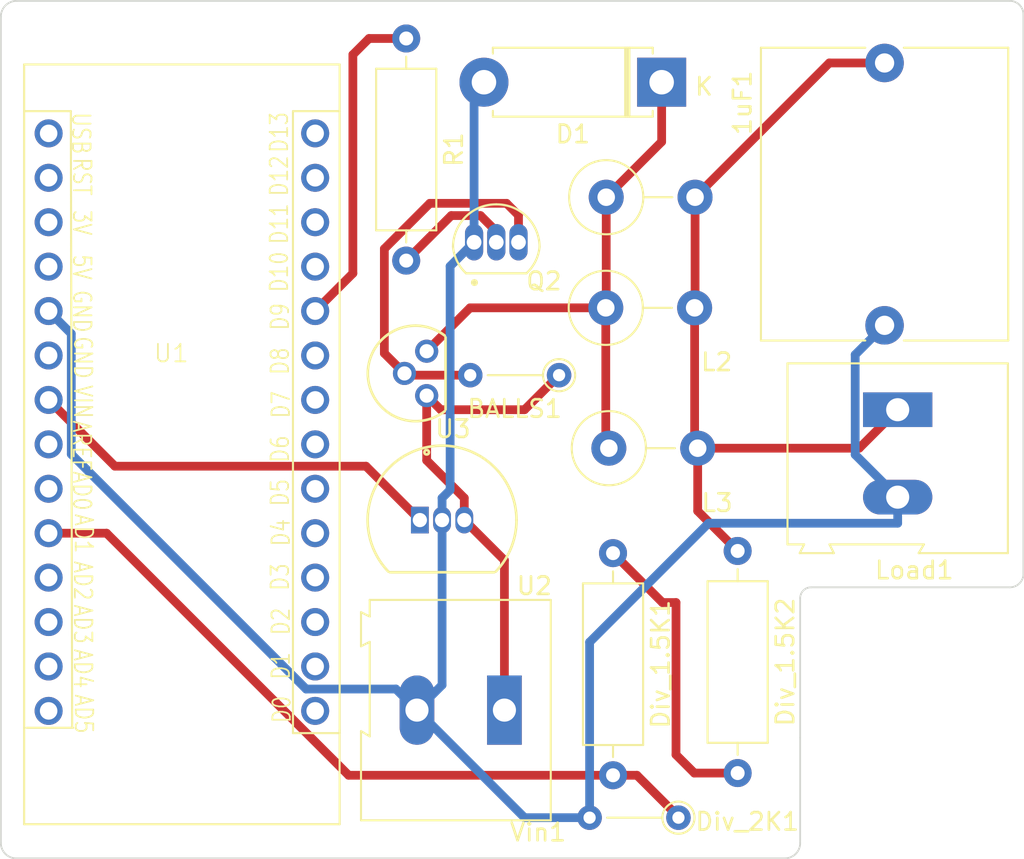
<source format=kicad_pcb>
(kicad_pcb (version 20221018) (generator pcbnew)
  (layers (0 "F.Cu" signal) (31 "B.Cu" signal) (34 "B.Paste" user) (35 "F.Paste" user) (36 "B.SilkS" user "B.Silkscreen") (37 "F.SilkS" user "F.Silkscreen") (38 "B.Mask" user) (39 "F.Mask" user) (44 "Edge.Cuts" user))
  (net 0 "")
  (net 1 "Net-(Load1-Pin_1)")
  (net 2 "Net-(D1-K)")
  (net 3 "GND")
  (net 4 "Net-(U1-D9)")
  (net 5 "Net-(U1-A1)")
  (net 11 "Net-(U1-Vin)")
  (net 31 "Net-(U2-INPUT)")
  (net 32 "Net-(U3-GATE)")
  (net 33 "Net-(Div_1.5K1-Pad1)")
  (net 34 "Net-(Q2-Pad2)")
  (footprint "TerminalBlock:TerminalBlock_Altech_AK300-2_P5.00mm" (layer "F.Cu") (at 132.74 111.425 180)
    (fp_text reference "Vin1" (at -1.92 -6.99) (layer "F.SilkS"))
    (fp_text value "Screw_Terminal_01x02")
    (fp_line (start -2.65 -6.3) (end -2.65 6.3) (stroke (width 0.12)) (layer "F.SilkS"))
    (fp_line (start -2.65 6.3) (end 7.7 6.3) (stroke (width 0.12)) (layer "F.SilkS"))
    (fp_line (start 7.7 -1.5) (end 8.2 -1.2) (stroke (width 0.12)) (layer "F.SilkS"))
    (fp_line (start 7.7 3.9) (end 7.7 -1.5) (stroke (width 0.12)) (layer "F.SilkS"))
    (fp_line (start 7.7 5.35) (end 8.2 5.6) (stroke (width 0.12)) (layer "F.SilkS"))
    (fp_line (start 7.7 6.3) (end 7.7 5.35) (stroke (width 0.12)) (layer "F.SilkS"))
    (fp_line (start 8.2 -6.3) (end -2.65 -6.3) (stroke (width 0.12)) (layer "F.SilkS"))
    (fp_line (start 8.2 -1.2) (end 8.2 -6.3) (stroke (width 0.12)) (layer "F.SilkS"))
    (fp_line (start 8.2 3.65) (end 7.7 3.9) (stroke (width 0.12)) (layer "F.SilkS"))
    (fp_line (start 8.2 3.7) (end 8.2 3.65) (stroke (width 0.12)) (layer "F.SilkS"))
    (fp_line (start 8.2 5.6) (end 8.2 3.7) (stroke (width 0.12)) (layer "F.SilkS"))
    (pad "1" thru_hole rect (at 0 0 180) (size 1.98 3.96) (drill 1.32) (layers "*.Cu" "*.Mask") (net 31 "Net-(U2-INPUT)"))
    (pad "2" thru_hole oval (at 5 0 180) (size 1.98 3.96) (drill 1.32) (layers "*.Cu" "*.Mask") (net 3 "GND"))
  )
  (footprint "Resistor_THT:R_Axial_DIN0204_L3.6mm_D1.6mm_P5.08mm_Vertical" (layer "F.Cu") (at 135.865 92.275 180)
    (fp_text reference "BALLS1" (at 2.54 -1.92) (layer "F.SilkS"))
    (fp_text value "R_US")
    (fp_line (start 0.92 0) (end 4.08 0) (stroke (width 0.12)) (layer "F.SilkS"))
    (fp_circle (center 0 0) (end 0.92 0) (stroke (width 0.12)) (fill none) (layer "F.SilkS"))
    (pad "1" thru_hole circle (at 0 0 180) (size 1.4 1.4) (drill 0.7) (layers "*.Cu" "*.Mask") (net 31 "Net-(U2-INPUT)"))
    (pad "2" thru_hole oval (at 5.08 0 180) (size 1.4 1.4) (drill 0.7) (layers "*.Cu" "*.Mask") (net 32 "Net-(U3-GATE)"))
  )
  (footprint "Resistor_THT:R_Axial_DIN0309_L9.0mm_D3.2mm_P12.70mm_Horizontal" (layer "F.Cu") (at 138.95 102.45 -90)
    (fp_text reference "Div_1.5K1" (at 6.35 -2.72 90) (layer "F.SilkS"))
    (fp_text value "R_US")
    (fp_line (start 1.04 0) (end 1.73 0) (stroke (width 0.12)) (layer "F.SilkS"))
    (fp_line (start 1.73 -1.72) (end 1.73 1.72) (stroke (width 0.12)) (layer "F.SilkS"))
    (fp_line (start 1.73 1.72) (end 10.97 1.72) (stroke (width 0.12)) (layer "F.SilkS"))
    (fp_line (start 10.97 -1.72) (end 1.73 -1.72) (stroke (width 0.12)) (layer "F.SilkS"))
    (fp_line (start 10.97 1.72) (end 10.97 -1.72) (stroke (width 0.12)) (layer "F.SilkS"))
    (fp_line (start 11.66 0) (end 10.97 0) (stroke (width 0.12)) (layer "F.SilkS"))
    (pad "1" thru_hole circle (at 0 0 270) (size 1.6 1.6) (drill 0.8) (layers "*.Cu" "*.Mask") (net 33 "Net-(Div_1.5K1-Pad1)"))
    (pad "2" thru_hole oval (at 12.7 0 270) (size 1.6 1.6) (drill 0.8) (layers "*.Cu" "*.Mask") (net 5 "Net-(U1-A1)"))
  )
  (footprint "Diode_THT:D_5W_P10.16mm_Horizontal" (layer "F.Cu") (at 141.73 75.525 180)
    (fp_text reference "D1" (at 5.08 -2.97) (layer "F.SilkS"))
    (fp_text value "D_Schottky")
    (fp_text user "K" (at -2.42 -0.25) (layer "F.SilkS"))
    (fp_line (start 0.51 -1.97) (end 9.65 -1.97) (stroke (width 0.12)) (layer "F.SilkS"))
    (fp_line (start 0.51 -1.64) (end 0.51 -1.97) (stroke (width 0.12)) (layer "F.SilkS"))
    (fp_line (start 0.51 1.64) (end 0.51 1.97) (stroke (width 0.12)) (layer "F.SilkS"))
    (fp_line (start 0.51 1.97) (end 9.65 1.97) (stroke (width 0.12)) (layer "F.SilkS"))
    (fp_line (start 1.845 -1.97) (end 1.845 1.97) (stroke (width 0.12)) (layer "F.SilkS"))
    (fp_line (start 1.965 -1.97) (end 1.965 1.97) (stroke (width 0.12)) (layer "F.SilkS"))
    (fp_line (start 2.085 -1.97) (end 2.085 1.97) (stroke (width 0.12)) (layer "F.SilkS"))
    (fp_line (start 9.65 -1.97) (end 9.65 -1.64) (stroke (width 0.12)) (layer "F.SilkS"))
    (fp_line (start 9.65 1.97) (end 9.65 1.64) (stroke (width 0.12)) (layer "F.SilkS"))
    (pad "1" thru_hole rect (at 0 0 180) (size 2.8 2.8) (drill 1.4) (layers "*.Cu" "*.Mask") (net 2 "Net-(D1-K)"))
    (pad "2" thru_hole oval (at 10.16 0 180) (size 2.8 2.8) (drill 1.4) (layers "*.Cu" "*.Mask") (net 3 "GND"))
  )
  (footprint "Inductor_THT:L_Axial_L9.5mm_D4.0mm_P5.08mm_Vertical_Fastron_SMCC" (layer "F.Cu") (at 138.56 82.1)
    (fp_text reference "L1" hide)
    (fp_text value "L")
    (fp_line (start 2.12 0) (end 3.78 0) (stroke (width 0.12)) (layer "F.SilkS"))
    (fp_circle (center 0 0) (end 2.12 0) (stroke (width 0.12)) (fill none) (layer "F.SilkS"))
    (pad "1" thru_hole circle (at 0 0) (size 2 2) (drill 1) (layers "*.Cu" "*.Mask") (net 2 "Net-(D1-K)"))
    (pad "2" thru_hole oval (at 5.08 0) (size 2 2) (drill 1) (layers "*.Cu" "*.Mask") (net 1 "Net-(Load1-Pin_1)"))
  )
  (footprint "voltage_reg:LM78L05_voltage_regulator" (layer "F.Cu") (at 127.905 100.56)
    (fp_text reference "U2" (at 6.545 3.765 unlocked) (layer "F.SilkS"))
    (fp_text value "LM78L05")
    (fp_line (start -1.708414 2.9845) (end 4.248414 2.9845) (stroke (width 0.1524)) (layer "F.SilkS"))
    (fp_arc (start -1.80006 2.94542) (mid -0.317324 -3.947299) (end 5.5245 0) (stroke (width 0.1524)) (layer "F.SilkS"))
    (fp_arc (start 5.5245 0) (mid 5.217299 1.587324) (end 4.340061 2.945419) (stroke (width 0.1524)) (layer "F.SilkS"))
    (pad "1" thru_hole rect (at 0 0) (size 1.016 1.524) (drill 0.8128) (layers "*.Cu" "*.Mask") (net 11 "Net-(U1-Vin)"))
    (pad "2" thru_hole oval (at 1.27 0) (size 1.016 1.524) (drill 0.8128) (layers "*.Cu" "*.Mask") (net 3 "GND"))
    (pad "3" thru_hole oval (at 2.54 0) (size 1.016 1.524) (drill 0.8128) (layers "*.Cu" "*.Mask") (net 31 "Net-(U2-INPUT)"))
  )
  (footprint "Resistor_THT:R_Axial_DIN0204_L3.6mm_D1.6mm_P5.08mm_Vertical" (layer "F.Cu") (at 142.69 117.575 180)
    (fp_text reference "Div_2K1" (at -3.935 -0.225) (layer "F.SilkS"))
    (fp_text value "R_US")
    (fp_line (start 0.92 0) (end 4.08 0) (stroke (width 0.12)) (layer "F.SilkS"))
    (fp_circle (center 0 0) (end 0.92 0) (stroke (width 0.12)) (fill none) (layer "F.SilkS"))
    (pad "1" thru_hole circle (at 0 0 180) (size 1.4 1.4) (drill 0.7) (layers "*.Cu" "*.Mask") (net 5 "Net-(U1-A1)"))
    (pad "2" thru_hole oval (at 5.08 0 180) (size 1.4 1.4) (drill 0.7) (layers "*.Cu" "*.Mask") (net 3 "GND"))
  )
  (footprint "flashlight_test:Metro Mini" (layer "F.Cu") (at 114.3508 94.85812)
    (fp_text reference "U1" (at -0.6604 -3.830882 unlocked) (layer "F.SilkS") (effects (font (thickness 0.1))))
    (fp_text value "Metro Mini")
    (fp_text user "D12" (at 6.096 -12.7508 90 unlocked) (layer "F.SilkS") (effects (font (size 1 0.8) (thickness 0.1)) (justify left bottom)))
    (fp_text user "3V" (at -6.35 -12.0904 270 unlocked) (layer "F.SilkS") (effects (font (size 1 0.8) (thickness 0.1)) (justify left bottom)))
    (fp_text user "D7" (at 6.1976 -0.0508 90 unlocked) (layer "F.SilkS") (effects (font (size 1 0.8) (thickness 0.1)) (justify left bottom)))
    (fp_text user "VIN" (at -6.2992 -2.0828 270 unlocked) (layer "F.SilkS") (effects (font (size 1 0.8) (thickness 0.1)) (justify left bottom)))
    (fp_text user "D3" (at 6.1468 9.8044 90 unlocked) (layer "F.SilkS") (effects (font (size 1 0.8) (thickness 0.1)) (justify left bottom)))
    (fp_text user "D1" (at 6.1976 14.8844 90 unlocked) (layer "F.SilkS") (effects (font (size 1 0.8) (thickness 0.1)) (justify left bottom)))
    (fp_text user "D6" (at 6.1468 2.4892 90 unlocked) (layer "F.SilkS") (effects (font (size 1 0.8) (thickness 0.1)) (justify left bottom)))
    (fp_text user "D2" (at 6.1976 12.3444 90 unlocked) (layer "F.SilkS") (effects (font (size 1 0.8) (thickness 0.1)) (justify left bottom)))
    (fp_text user "AD0" (at -6.35 2.8448 270 unlocked) (layer "F.SilkS") (effects (font (size 1 0.8) (thickness 0.1)) (justify left bottom)))
    (fp_text user "AD5" (at -6.2484 15.5956 270 unlocked) (layer "F.SilkS") (effects (font (size 1 0.8) (thickness 0.1)) (justify left bottom)))
    (fp_text user "D13" (at 6.096 -15.24 90 unlocked) (layer "F.SilkS") (effects (font (size 1 0.8) (thickness 0.1)) (justify left bottom)))
    (fp_text user "GND" (at -6.35 -7.5184 270 unlocked) (layer "F.SilkS") (effects (font (size 1 0.8) (thickness 0.1)) (justify left bottom)))
    (fp_text user "GND" (at -6.2992 -4.8768 270 unlocked) (layer "F.SilkS") (effects (font (size 1 0.8) (thickness 0.1)) (justify left bottom)))
    (fp_text user "D8" (at 6.1468 -2.54 90 unlocked) (layer "F.SilkS") (effects (font (size 1 0.8) (thickness 0.1)) (justify left bottom)))
    (fp_text user "D0" (at 6.2484 17.3736 90 unlocked) (layer "F.SilkS") (effects (font (size 1 0.8) (thickness 0.1)) (justify left bottom)))
    (fp_text user "D5" (at 6.1468 4.9784 90 unlocked) (layer "F.SilkS") (effects (font (size 1 0.8) (thickness 0.1)) (justify left bottom)))
    (fp_text user "D4" (at 6.1976 7.2644 90 unlocked) (layer "F.SilkS") (effects (font (size 1 0.8) (thickness 0.1)) (justify left bottom)))
    (fp_text user "D11" (at 6.096 -10.0076 90 unlocked) (layer "F.SilkS") (effects (font (size 1 0.8) (thickness 0.1)) (justify left bottom)))
    (fp_text user "AREF" (at -6.3627 -0.063501 270 unlocked) (layer "F.SilkS") (effects (font (size 1 0.8) (thickness 0.1)) (justify left bottom)))
    (fp_text user "5V" (at -6.35 -9.5504 270 unlocked) (layer "F.SilkS") (effects (font (size 1 0.8) (thickness 0.1)) (justify left bottom)))
    (fp_text user "AD4" (at -6.2992 13.0048 270 unlocked) (layer "F.SilkS") (effects (font (size 1 0.8) (thickness 0.1)) (justify left bottom)))
    (fp_text user "AD3" (at -6.2992 10.4648 270 unlocked) (layer "F.SilkS") (effects (font (size 1 0.8) (thickness 0.1)) (justify left bottom)))
    (fp_text user "D9" (at 6.1468 -5.08 90 unlocked) (layer "F.SilkS") (effects (font (size 1 0.8) (thickness 0.1)) (justify left bottom)))
    (fp_text user "AD2" (at -6.2992 7.9756 270 unlocked) (layer "F.SilkS") (effects (font (size 1 0.8) (thickness 0.1)) (justify left bottom)))
    (fp_text user "RST" (at -6.35 -15.0876 270 unlocked) (layer "F.SilkS") (effects (font (size 1 0.8) (thickness 0.1)) (justify left bottom)))
    (fp_text user "D10" (at 6.096 -7.2644 90 unlocked) (layer "F.SilkS") (effects (font (size 1 0.8) (thickness 0.1)) (justify left bottom)))
    (fp_text user "AD1" (at -6.2484 5.2832 270 unlocked) (layer "F.SilkS") (effects (font (size 1 0.8) (thickness 0.1)) (justify left bottom)))
    (fp_text user "USB" (at -6.4008 -17.678401 270 unlocked) (layer "F.SilkS") (effects (font (size 1 0.8) (thickness 0.1)) (justify left bottom)))
    (fp_line (start -9.0708 -20.3484) (end -9.0708 23.0916) (stroke (width 0.12)) (layer "F.SilkS"))
    (fp_line (start -9.0708 23.0916) (end 8.9692 23.0916) (stroke (width 0.12)) (layer "F.SilkS"))
    (fp_line (start -8.9408 17.5768) (end -6.2708 17.5768) (stroke (width 0.12)) (layer "F.SilkS"))
    (fp_line (start -6.4008 -17.678401) (end -9.0708 -17.6784) (stroke (width 0.12)) (layer "F.SilkS"))
    (fp_line (start -6.3246 17.551399) (end -6.4008 -17.678401) (stroke (width 0.12)) (layer "F.SilkS"))
    (fp_line (start 6.2992 -17.678401) (end 8.9692 -17.6784) (stroke (width 0.12)) (layer "F.SilkS"))
    (fp_line (start 6.2992 17.881601) (end 6.2992 -17.678401) (stroke (width 0.12)) (layer "F.SilkS"))
    (fp_line (start 6.2992 17.881601) (end 8.9692 17.8816) (stroke (width 0.12)) (layer "F.SilkS"))
    (fp_line (start 8.9662 20.3708) (end 8.9662 17.7008) (stroke (width 0.12)) (layer "F.SilkS"))
    (fp_line (start 8.9692 -20.3484) (end -9.0708 -20.3484) (stroke (width 0.12)) (layer "F.SilkS"))
    (fp_line (start 8.9692 17.8816) (end 8.9692 -20.3484) (stroke (width 0.12)) (layer "F.SilkS"))
    (fp_line (start 8.9692 23.0916) (end 8.9692 20.4216) (stroke (width 0.12)) (layer "F.SilkS"))
    (pad "1" thru_hole oval (at -7.6708 -16.4084 180) (size 1.6 1.6) (drill 1) (layers "*.Cu" "*.Mask"))
    (pad "2" thru_hole oval (at -7.6708 -13.8684 180) (size 1.6 1.6) (drill 1) (layers "*.Cu" "*.Mask"))
    (pad "3" thru_hole oval (at -7.6708 -11.3284 180) (size 1.6 1.6) (drill 1) (layers "*.Cu" "*.Mask"))
    (pad "4" thru_hole oval (at -7.6708 -8.7884 180) (size 1.6 1.6) (drill 1) (layers "*.Cu" "*.Mask"))
    (pad "5" thru_hole oval (at -7.6708 -6.2484 180) (size 1.6 1.6) (drill 1) (layers "*.Cu" "*.Mask") (net 3 "GND"))
    (pad "6" thru_hole oval (at -7.6708 -3.7084 180) (size 1.6 1.6) (drill 1) (layers "*.Cu" "*.Mask"))
    (pad "7" thru_hole oval (at -7.6708 -1.1684 180) (size 1.6 1.6) (drill 1) (layers "*.Cu" "*.Mask") (net 11 "Net-(U1-Vin)"))
    (pad "8" thru_hole oval (at -7.6708 1.3716 180) (size 1.6 1.6) (drill 1) (layers "*.Cu" "*.Mask"))
    (pad "9" thru_hole oval (at -7.6708 3.9116 180) (size 1.6 1.6) (drill 1) (layers "*.Cu" "*.Mask"))
    (pad "10" thru_hole oval (at -7.6708 6.4516 180) (size 1.6 1.6) (drill 1) (layers "*.Cu" "*.Mask") (net 5 "Net-(U1-A1)"))
    (pad "11" thru_hole oval (at -7.6708 8.9916 180) (size 1.6 1.6) (drill 1) (layers "*.Cu" "*.Mask"))
    (pad "12" thru_hole oval (at -7.6708 11.5316 180) (size 1.6 1.6) (drill 1) (layers "*.Cu" "*.Mask"))
    (pad "13" thru_hole oval (at -7.6708 14.0716 180) (size 1.6 1.6) (drill 1) (layers "*.Cu" "*.Mask"))
    (pad "14" thru_hole oval (at -7.6708 16.6116 180) (size 1.6 1.6) (drill 1) (layers "*.Cu" "*.Mask"))
    (pad "15" thru_hole oval (at 7.5692 16.6116 180) (size 1.6 1.6) (drill 1) (layers "*.Cu" "*.Mask"))
    (pad "16" thru_hole oval (at 7.5692 14.0716 180) (size 1.6 1.6) (drill 1) (layers "*.Cu" "*.Mask"))
    (pad "17" thru_hole oval (at 7.5692 11.5316 180) (size 1.6 1.6) (drill 1) (layers "*.Cu" "*.Mask"))
    (pad "18" thru_hole oval (at 7.5692 8.9916 180) (size 1.6 1.6) (drill 1) (layers "*.Cu" "*.Mask"))
    (pad "19" thru_hole oval (at 7.5692 6.4516 180) (size 1.6 1.6) (drill 1) (layers "*.Cu" "*.Mask"))
    (pad "20" thru_hole oval (at 7.5692 3.9116 180) (size 1.6 1.6) (drill 1) (layers "*.Cu" "*.Mask"))
    (pad "21" thru_hole oval (at 7.5692 1.3716 180) (size 1.6 1.6) (drill 1) (layers "*.Cu" "*.Mask"))
    (pad "22" thru_hole oval (at 7.5692 -1.1684 180) (size 1.6 1.6) (drill 1) (layers "*.Cu" "*.Mask"))
    (pad "23" thru_hole oval (at 7.5692 -3.7084 180) (size 1.6 1.6) (drill 1) (layers "*.Cu" "*.Mask"))
    (pad "24" thru_hole oval (at 7.5692 -6.2484 180) (size 1.6 1.6) (drill 1) (layers "*.Cu" "*.Mask") (net 4 "Net-(U1-D9)"))
    (pad "25" thru_hole oval (at 7.5692 -8.7884 180) (size 1.6 1.6) (drill 1) (layers "*.Cu" "*.Mask"))
    (pad "26" thru_hole oval (at 7.5692 -11.3284 180) (size 1.6 1.6) (drill 1) (layers "*.Cu" "*.Mask"))
    (pad "27" thru_hole oval (at 7.5692 -13.8684 180) (size 1.6 1.6) (drill 1) (layers "*.Cu" "*.Mask"))
    (pad "28" thru_hole oval (at 7.5692 -16.4084 180) (size 1.6 1.6) (drill 1) (layers "*.Cu" "*.Mask"))
  )
  (footprint "flashlight_test:2N3904" (layer "F.Cu") (at 132.275 84.675)
    (fp_text reference "Q2" (at 2.725 2.225) (layer "F.SilkS"))
    (fp_text value "2N3904")
    (fp_line (start -1.725 1.775) (end 1.725 1.775) (stroke (width 0.127)) (layer "F.SilkS"))
    (fp_arc (start -2.475 0.255) (mid -1.738698 -1.467589) (end 0 -2.165) (stroke (width 0.127)) (layer "F.SilkS"))
    (fp_arc (start -1.725 1.775) (mid -2.240559 1.084355) (end -2.475 0.255) (stroke (width 0.127)) (layer "F.SilkS"))
    (fp_arc (start 0 -2.165) (mid 1.738698 -1.467589) (end 2.475 0.255) (stroke (width 0.127)) (layer "F.SilkS"))
    (fp_arc (start 2.475 0.255) (mid 2.240559 1.084355) (end 1.725 1.775) (stroke (width 0.127)) (layer "F.SilkS"))
    (fp_circle (center -1.25 2.305) (end -1.15 2.305) (stroke (width 0.2)) (fill none) (layer "F.SilkS"))
    (pad "1" thru_hole oval (at -1.27 0) (size 1.04 2.08) (drill 0.84) (layers "*.Cu" "*.Mask") (net 3 "GND"))
    (pad "2" thru_hole oval (at 0 0) (size 1.04 2.08) (drill 0.84) (layers "*.Cu" "*.Mask") (net 34 "Net-(Q2-Pad2)"))
    (pad "3" thru_hole oval (at 1.27 0) (size 1.04 2.08) (drill 0.84) (layers "*.Cu" "*.Mask") (net 32 "Net-(U3-GATE)"))
  )
  (footprint "Inductor_THT:L_Axial_L9.5mm_D4.0mm_P5.08mm_Vertical_Fastron_SMCC" (layer "F.Cu") (at 138.71 96.45)
    (fp_text reference "L3" (at 6.19 3.125) (layer "F.SilkS"))
    (fp_text value "L")
    (fp_line (start 2.12 0) (end 3.78 0) (stroke (width 0.12)) (layer "F.SilkS"))
    (fp_circle (center 0 0) (end 2.12 0) (stroke (width 0.12)) (fill none) (layer "F.SilkS"))
    (pad "1" thru_hole circle (at 0 0) (size 2 2) (drill 1) (layers "*.Cu" "*.Mask") (net 2 "Net-(D1-K)"))
    (pad "2" thru_hole oval (at 5.08 0) (size 2 2) (drill 1) (layers "*.Cu" "*.Mask") (net 1 "Net-(Load1-Pin_1)"))
  )
  (footprint "voltage_reg:VP3203" (layer "F.Cu") (at 128.295 93.445 90)
    (fp_text reference "U3" (at -1.905 1.505 unlocked) (layer "F.SilkS"))
    (fp_text value "VP3203N3-G")
    (fp_line (start -0.793506 1.0795) (end 3.333506 1.0795) (stroke (width 0.1524)) (layer "F.SilkS"))
    (fp_arc (start -0.894167 1.029936) (mid 0.39069 -3.220042) (end 4.0005 -0.635) (stroke (width 0.1524)) (layer "F.SilkS"))
    (fp_arc (start 4.0005 -0.634999) (mid 3.855041 0.244313) (end 3.434164 1.02994) (stroke (width 0.1524)) (layer "F.SilkS"))
    (fp_circle (center -3.2385 0) (end -3.1115 0) (stroke (width 0.1524)) (fill none) (layer "F.SilkS"))
    (pad "1" thru_hole circle (at 0 0 90) (size 1.3208 1.3208) (drill 0.8128) (layers "*.Cu" "*.Mask") (net 31 "Net-(U2-INPUT)"))
    (pad "2" thru_hole circle (at 1.27 -1.27 90) (size 1.3208 1.3208) (drill 0.8128) (layers "*.Cu" "*.Mask") (net 32 "Net-(U3-GATE)"))
    (pad "3" thru_hole circle (at 2.54 0 90) (size 1.3208 1.3208) (drill 0.8128) (layers "*.Cu" "*.Mask") (net 2 "Net-(D1-K)"))
  )
  (footprint "Capacitor_THT:C_Rect_L16.5mm_W13.9mm_P15.00mm_MKT" (layer "F.Cu") (at 154.475 74.425 -90)
    (fp_text reference "1uF1" (at 2.275 8.125 90) (layer "F.SilkS"))
    (fp_text value "C")
    (fp_line (start -0.87 -7.07) (end -0.87 -1.104) (stroke (width 0.12)) (layer "F.SilkS"))
    (fp_line (start -0.87 -7.07) (end 15.87 -7.07) (stroke (width 0.12)) (layer "F.SilkS"))
    (fp_line (start -0.87 1.104) (end -0.87 7.07) (stroke (width 0.12)) (layer "F.SilkS"))
    (fp_line (start -0.87 7.07) (end 15.87 7.07) (stroke (width 0.12)) (layer "F.SilkS"))
    (fp_line (start 15.87 -7.07) (end 15.87 -1.104) (stroke (width 0.12)) (layer "F.SilkS"))
    (fp_line (start 15.87 1.104) (end 15.87 7.07) (stroke (width 0.12)) (layer "F.SilkS"))
    (pad "1" thru_hole circle (at 0 0 270) (size 2.2 2.2) (drill 1.1) (layers "*.Cu" "*.Mask") (net 1 "Net-(Load1-Pin_1)"))
    (pad "2" thru_hole circle (at 15 0 270) (size 2.2 2.2) (drill 1.1) (layers "*.Cu" "*.Mask") (net 3 "GND"))
  )
  (footprint "Resistor_THT:R_Axial_DIN0309_L9.0mm_D3.2mm_P12.70mm_Horizontal" (layer "F.Cu") (at 127.125 73.025 -90)
    (fp_text reference "R1" (at 6.35 -2.72 90) (layer "F.SilkS"))
    (fp_text value "R_US")
    (fp_line (start 1.04 0) (end 1.73 0) (stroke (width 0.12)) (layer "F.SilkS"))
    (fp_line (start 1.73 -1.72) (end 1.73 1.72) (stroke (width 0.12)) (layer "F.SilkS"))
    (fp_line (start 1.73 1.72) (end 10.97 1.72) (stroke (width 0.12)) (layer "F.SilkS"))
    (fp_line (start 10.97 -1.72) (end 1.73 -1.72) (stroke (width 0.12)) (layer "F.SilkS"))
    (fp_line (start 10.97 1.72) (end 10.97 -1.72) (stroke (width 0.12)) (layer "F.SilkS"))
    (fp_line (start 11.66 0) (end 10.97 0) (stroke (width 0.12)) (layer "F.SilkS"))
    (pad "1" thru_hole circle (at 0 0 270) (size 1.6 1.6) (drill 0.8) (layers "*.Cu" "*.Mask") (net 4 "Net-(U1-D9)"))
    (pad "2" thru_hole oval (at 12.7 0 270) (size 1.6 1.6) (drill 0.8) (layers "*.Cu" "*.Mask") (net 34 "Net-(Q2-Pad2)"))
  )
  (footprint "TerminalBlock:TerminalBlock_Altech_AK300-2_P5.00mm" (layer "F.Cu") (at 155.225 94.25 -90)
    (fp_text reference "Load1" (at 9.175 -0.95 -180) (layer "F.SilkS"))
    (fp_text value "Screw_Terminal_01x02")
    (fp_line (start -2.65 -6.3) (end -2.65 6.3) (stroke (width 0.12)) (layer "F.SilkS"))
    (fp_line (start -2.65 6.3) (end 7.7 6.3) (stroke (width 0.12)) (layer "F.SilkS"))
    (fp_line (start 7.7 -1.5) (end 8.2 -1.2) (stroke (width 0.12)) (layer "F.SilkS"))
    (fp_line (start 7.7 3.9) (end 7.7 -1.5) (stroke (width 0.12)) (layer "F.SilkS"))
    (fp_line (start 7.7 5.35) (end 8.2 5.6) (stroke (width 0.12)) (layer "F.SilkS"))
    (fp_line (start 7.7 6.3) (end 7.7 5.35) (stroke (width 0.12)) (layer "F.SilkS"))
    (fp_line (start 8.2 -6.3) (end -2.65 -6.3) (stroke (width 0.12)) (layer "F.SilkS"))
    (fp_line (start 8.2 -1.2) (end 8.2 -6.3) (stroke (width 0.12)) (layer "F.SilkS"))
    (fp_line (start 8.2 3.65) (end 7.7 3.9) (stroke (width 0.12)) (layer "F.SilkS"))
    (fp_line (start 8.2 3.7) (end 8.2 3.65) (stroke (width 0.12)) (layer "F.SilkS"))
    (fp_line (start 8.2 5.6) (end 8.2 3.7) (stroke (width 0.12)) (layer "F.SilkS"))
    (pad "1" thru_hole rect (at 0 0 270) (size 1.98 3.96) (drill 1.32) (layers "*.Cu" "*.Mask") (net 1 "Net-(Load1-Pin_1)"))
    (pad "2" thru_hole oval (at 5 0 270) (size 1.98 3.96) (drill 1.32) (layers "*.Cu" "*.Mask") (net 3 "GND"))
  )
  (footprint "Resistor_THT:R_Axial_DIN0309_L9.0mm_D3.2mm_P12.70mm_Horizontal" (layer "F.Cu") (at 146.075 102.325 -90)
    (fp_text reference "Div_1.5K2" (at 6.35 -2.72 90) (layer "F.SilkS"))
    (fp_text value "R_US")
    (fp_line (start 1.04 0) (end 1.73 0) (stroke (width 0.12)) (layer "F.SilkS"))
    (fp_line (start 1.73 -1.72) (end 1.73 1.72) (stroke (width 0.12)) (layer "F.SilkS"))
    (fp_line (start 1.73 1.72) (end 10.97 1.72) (stroke (width 0.12)) (layer "F.SilkS"))
    (fp_line (start 10.97 -1.72) (end 1.73 -1.72) (stroke (width 0.12)) (layer "F.SilkS"))
    (fp_line (start 10.97 1.72) (end 10.97 -1.72) (stroke (width 0.12)) (layer "F.SilkS"))
    (fp_line (start 11.66 0) (end 10.97 0) (stroke (width 0.12)) (layer "F.SilkS"))
    (pad "1" thru_hole circle (at 0 0 270) (size 1.6 1.6) (drill 0.8) (layers "*.Cu" "*.Mask") (net 1 "Net-(Load1-Pin_1)"))
    (pad "2" thru_hole oval (at 12.7 0 270) (size 1.6 1.6) (drill 0.8) (layers "*.Cu" "*.Mask") (net 33 "Net-(Div_1.5K1-Pad1)"))
  )
  (footprint "Inductor_THT:L_Axial_L9.5mm_D4.0mm_P5.08mm_Vertical_Fastron_SMCC" (layer "F.Cu") (at 138.535 88.425)
    (fp_text reference "L2" (at 6.34 3.1) (layer "F.SilkS"))
    (fp_text value "L")
    (fp_line (start 2.12 0) (end 3.78 0) (stroke (width 0.12)) (layer "F.SilkS"))
    (fp_circle (center 0 0) (end 2.12 0) (stroke (width 0.12)) (fill none) (layer "F.SilkS"))
    (pad "1" thru_hole circle (at 0 0) (size 2 2) (drill 1) (layers "*.Cu" "*.Mask") (net 2 "Net-(D1-K)"))
    (pad "2" thru_hole oval (at 5.08 0) (size 2 2) (drill 1) (layers "*.Cu" "*.Mask") (net 1 "Net-(Load1-Pin_1)"))
  )
  (gr_arc (start 161.6375 70.875) (mid 162.185507 71.101992) (end 162.4125 71.65) (stroke (width 0.1)) (layer "Edge.Cuts"))
  (gr_arc (start 103.949653 71.775) (mid 104.213359 71.138359) (end 104.85 70.874653) (stroke (width 0.1)) (layer "Edge.Cuts"))
  (gr_line (start 103.95 119.025) (end 103.95 71.775) (stroke (width 0.1)) (layer "Edge.Cuts"))
  (gr_arc (start 162.417291 103.625) (mid 162.188895 104.176395) (end 161.6375 104.404791) (stroke (width 0.1)) (layer "Edge.Cuts"))
  (gr_arc (start 104.825 119.9) (mid 104.206282 119.643718) (end 103.95 119.025) (stroke (width 0.1)) (layer "Edge.Cuts"))
  (gr_line (start 148.775 119.9) (end 104.825 119.9) (stroke (width 0.1)) (layer "Edge.Cuts"))
  (gr_line (start 149.65 113) (end 149.65 119.025) (stroke (width 0.1)) (layer "Edge.Cuts"))
  (gr_line (start 162.4125 71.65) (end 162.4125 103.625) (stroke (width 0.1)) (layer "Edge.Cuts"))
  (gr_line (start 149.65 105.025) (end 149.65 113) (stroke (width 0.1)) (layer "Edge.Cuts"))
  (gr_arc (start 149.65 105.025) (mid 149.831655 104.586446) (end 150.270209 104.404791) (stroke (width 0.1)) (layer "Edge.Cuts"))
  (gr_line (start 161.6375 104.404791) (end 150.270209 104.404791) (stroke (width 0.1)) (layer "Edge.Cuts"))
  (gr_arc (start 149.65 119.025) (mid 149.393718 119.643718) (end 148.775 119.9) (stroke (width 0.1)) (layer "Edge.Cuts"))
  (gr_line (start 104.85 70.874653) (end 161.6375 70.874653) (stroke (width 0.1)) (layer "Edge.Cuts"))
  (segment (start 143.64 88.4) (end 143.615 88.425) (width 0.5) (layer "F.Cu") (net 1))
  (segment (start 143.79 96.45) (end 153.025 96.45) (width 0.5) (layer "F.Cu") (net 1))
  (segment (start 143.79 100.04) (end 146.075 102.325) (width 0.5) (layer "F.Cu") (net 1))
  (segment (start 154.475 74.425) (end 151.315 74.425) (width 0.5) (layer "F.Cu") (net 1))
  (segment (start 151.315 74.425) (end 143.64 82.1) (width 0.5) (layer "F.Cu") (net 1))
  (segment (start 143.615 88.425) (end 143.615 96.275) (width 0.5) (layer "F.Cu") (net 1))
  (segment (start 143.615 96.275) (end 143.79 96.45) (width 0.5) (layer "F.Cu") (net 1))
  (segment (start 153.025 96.45) (end 155.225 94.25) (width 0.5) (layer "F.Cu") (net 1))
  (segment (start 143.64 82.1) (end 143.64 88.4) (width 0.5) (layer "F.Cu") (net 1))
  (segment (start 143.79 96.45) (end 143.79 100.04) (width 0.5) (layer "F.Cu") (net 1))
  (segment (start 138.56 88.4) (end 138.535 88.425) (width 0.5) (layer "F.Cu") (net 2))
  (segment (start 138.535 88.425) (end 130.775 88.425) (width 0.5) (layer "F.Cu") (net 2))
  (segment (start 138.535 96.275) (end 138.71 96.45) (width 0.5) (layer "F.Cu") (net 2))
  (segment (start 138.56 82.1) (end 138.56 88.4) (width 0.5) (layer "F.Cu") (net 2))
  (segment (start 141.73 78.93) (end 138.56 82.1) (width 0.5) (layer "F.Cu") (net 2))
  (segment (start 130.775 88.425) (end 128.295 90.905) (width 0.5) (layer "F.Cu") (net 2))
  (segment (start 138.535 88.425) (end 138.535 96.275) (width 0.5) (layer "F.Cu") (net 2))
  (segment (start 141.73 75.525) (end 141.73 78.93) (width 0.5) (layer "F.Cu") (net 2))
  (segment (start 121.402233 110.21972) (end 107.975 96.792487) (width 0.5) (layer "B.Cu") (net 3))
  (segment (start 107.975 89.90472) (end 106.68 88.60972) (width 0.5) (layer "B.Cu") (net 3))
  (segment (start 129.175 100.56) (end 129.175 99.298) (width 0.5) (layer "B.Cu") (net 3))
  (segment (start 127.74 111.425) (end 129.175 109.99) (width 0.5) (layer "B.Cu") (net 3))
  (segment (start 127.74 111.425) (end 126.53472 110.21972) (width 0.5) (layer "B.Cu") (net 3))
  (segment (start 131.005 76.09) (end 131.57 75.525) (width 0.5) (layer "B.Cu") (net 3))
  (segment (start 133.89 117.575) (end 137.61 117.575) (width 0.5) (layer "B.Cu") (net 3))
  (segment (start 129.175 109.99) (end 129.175 100.56) (width 0.5) (layer "B.Cu") (net 3))
  (segment (start 152.795 91.105) (end 152.795 96.82) (width 0.5) (layer "B.Cu") (net 3))
  (segment (start 107.975 96.792487) (end 107.975 89.90472) (width 0.5) (layer "B.Cu") (net 3))
  (segment (start 154.475 89.425) (end 152.795 91.105) (width 0.5) (layer "B.Cu") (net 3))
  (segment (start 155.225 100.74) (end 144.41 100.74) (width 0.5) (layer "B.Cu") (net 3))
  (segment (start 129.175 99.298) (end 129.635 98.838) (width 0.5) (layer "B.Cu") (net 3))
  (segment (start 131.005 84.675) (end 131.005 76.09) (width 0.5) (layer "B.Cu") (net 3))
  (segment (start 126.53472 110.21972) (end 121.402233 110.21972) (width 0.5) (layer "B.Cu") (net 3))
  (segment (start 152.795 96.82) (end 155.225 99.25) (width 0.5) (layer "B.Cu") (net 3))
  (segment (start 129.635 86.045) (end 131.005 84.675) (width 0.5) (layer "B.Cu") (net 3))
  (segment (start 129.635 98.838) (end 129.635 86.045) (width 0.5) (layer "B.Cu") (net 3))
  (segment (start 127.74 111.425) (end 133.89 117.575) (width 0.5) (layer "B.Cu") (net 3))
  (segment (start 137.61 107.54) (end 137.61 117.575) (width 0.5) (layer "B.Cu") (net 3))
  (segment (start 155.225 99.25) (end 155.225 100.74) (width 0.5) (layer "B.Cu") (net 3))
  (segment (start 144.41 100.74) (end 137.61 107.54) (width 0.5) (layer "B.Cu") (net 3))
  (segment (start 127.125 73.025) (end 125 73.025) (width 0.5) (layer "F.Cu") (net 4))
  (segment (start 124.075 86.45472) (end 121.92 88.60972) (width 0.5) (layer "F.Cu") (net 4))
  (segment (start 125 73.025) (end 124.075 73.95) (width 0.5) (layer "F.Cu") (net 4))
  (segment (start 124.075 73.95) (end 124.075 86.45472) (width 0.5) (layer "F.Cu") (net 4))
  (segment (start 140.315 115.15) (end 142.84 117.675) (width 0.5) (layer "F.Cu") (net 5))
  (segment (start 109.992233 101.30972) (end 106.68 101.30972) (width 0.5) (layer "F.Cu") (net 5))
  (segment (start 138.95 115.15) (end 123.832513 115.15) (width 0.5) (layer "F.Cu") (net 5))
  (segment (start 123.832513 115.15) (end 109.992233 101.30972) (width 0.5) (layer "F.Cu") (net 5))
  (segment (start 138.95 115.15) (end 140.315 115.15) (width 0.5) (layer "F.Cu") (net 5))
  (segment (start 127.905 100.56) (end 124.82472 97.47972) (width 0.5) (layer "F.Cu") (net 11))
  (segment (start 124.82472 97.47972) (end 110.47 97.47972) (width 0.5) (layer "F.Cu") (net 11))
  (segment (start 110.47 97.47972) (end 106.68 93.68972) (width 0.5) (layer "F.Cu") (net 11))
  (segment (start 129.1 94.25) (end 133.89 94.25) (width 0.5) (layer "F.Cu") (net 31))
  (segment (start 133.89 94.25) (end 135.865 92.275) (width 0.5) (layer "F.Cu") (net 31))
  (segment (start 132.74 111.425) (end 132.74 102.855) (width 0.5) (layer "F.Cu") (net 31))
  (segment (start 128.295 93.445) (end 129.1 94.25) (width 0.5) (layer "F.Cu") (net 31))
  (segment (start 128.295 97.148) (end 128.295 93.445) (width 0.5) (layer "F.Cu") (net 31))
  (segment (start 130.445 100.56) (end 130.445 99.298) (width 0.5) (layer "F.Cu") (net 31))
  (segment (start 132.74 102.855) (end 130.445 100.56) (width 0.5) (layer "F.Cu") (net 31))
  (segment (start 130.445 99.298) (end 128.295 97.148) (width 0.5) (layer "F.Cu") (net 31))
  (segment (start 127.125 92.275) (end 127.025 92.175) (width 0.5) (layer "F.Cu") (net 32))
  (segment (start 132.86 82.45) (end 128.475 82.45) (width 0.5) (layer "F.Cu") (net 32))
  (segment (start 133.545 84.675) (end 133.545 83.135) (width 0.5) (layer "F.Cu") (net 32))
  (segment (start 125.875 91.025) (end 127.025 92.175) (width 0.5) (layer "F.Cu") (net 32))
  (segment (start 133.545 83.135) (end 132.86 82.45) (width 0.5) (layer "F.Cu") (net 32))
  (segment (start 125.875 85.05) (end 125.875 91.025) (width 0.5) (layer "F.Cu") (net 32))
  (segment (start 128.475 82.45) (end 125.875 85.05) (width 0.5) (layer "F.Cu") (net 32))
  (segment (start 130.785 92.275) (end 127.125 92.275) (width 0.5) (layer "F.Cu") (net 32))
  (segment (start 146.075 115.025) (end 143.6 115.025) (width 0.5) (layer "F.Cu") (net 33))
  (segment (start 142.55 105.275) (end 141.775 105.275) (width 0.5) (layer "F.Cu") (net 33))
  (segment (start 141.775 105.275) (end 138.95 102.45) (width 0.5) (layer "F.Cu") (net 33))
  (segment (start 142.55 113.975) (end 142.55 105.275) (width 0.5) (layer "F.Cu") (net 33))
  (segment (start 143.6 115.025) (end 142.55 113.975) (width 0.5) (layer "F.Cu") (net 33))
  (segment (start 129.7 83.15) (end 127.125 85.725) (width 0.5) (layer "F.Cu") (net 34))
  (segment (start 132.275 84.053213) (end 131.371787 83.15) (width 0.5) (layer "F.Cu") (net 34))
  (segment (start 131.371787 83.15) (end 129.7 83.15) (width 0.5) (layer "F.Cu") (net 34))
  (segment (start 132.275 84.675) (end 132.275 84.053213) (width 0.5) (layer "F.Cu") (net 34))
)
</source>
